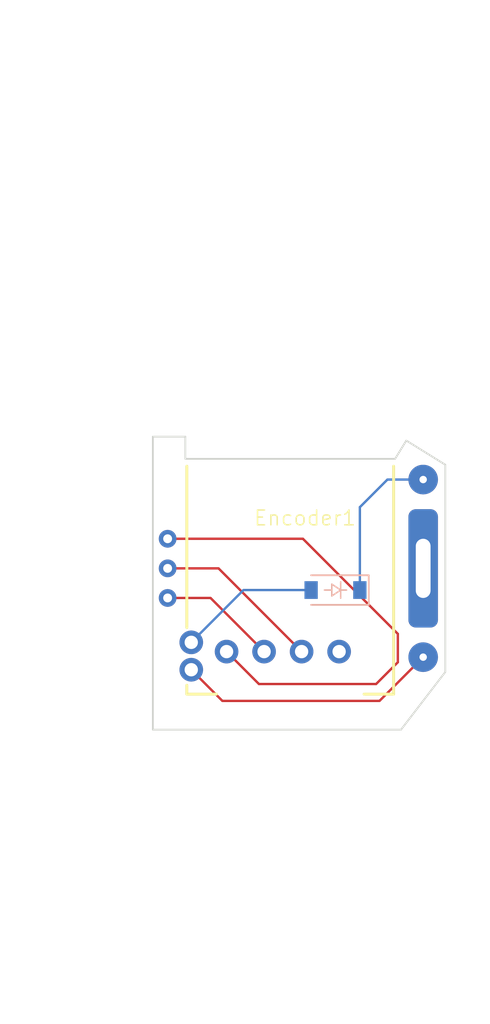
<source format=kicad_pcb>
(kicad_pcb (version 20211014) (generator pcbnew)
  (layers (0 "F.Cu" signal) (31 "B.Cu" signal) (34 "B.Paste" user) (35 "F.Paste" user) (36 "B.SilkS" user "B.Silkscreen") (37 "F.SilkS" user "F.Silkscreen") (38 "B.Mask" user) (39 "F.Mask" user) (44 "Edge.Cuts" user))
  (net 0 "")
  (footprint "mylib:Panasonic_EVQWGD001_Ref_Male" (layer "F.Cu") (at 119.906 110.544 90)
    (fp_text reference "J5" hide)
    (fp_text value "Conn_01x05")
    (fp_text user "Edge cut reference (14.8x17.8)." (at -0.2 -15 90 unlocked) (layer "Edge.Cuts"))
    (fp_line (start 8.9 -8.1) (end 7.4 -8.1) (layer "Edge.Cuts") (width 0.12))
    (fp_line (start -10.9 -10.3) (end 8.9 -10.3) (layer "Edge.Cuts") (width 0.12))
    (fp_line (start 8.9 -10.3) (end 8.9 -8.1) (layer "Edge.Cuts") (width 0.12))
    (fp_line (start 7.4 6.1) (end 8.636 6.858) (layer "Edge.Cuts") (width 0.12))
    (fp_line (start 7.4 -8.1) (end 7.4 6.1) (layer "Edge.Cuts") (width 0.12))
    (fp_line (start -7 9.5) (end -10.9 6.5) (layer "Edge.Cuts") (width 0.12))
    (fp_line (start -10.9 6.5) (end -10.9 -10.3) (layer "Edge.Cuts") (width 0.12))
    (fp_line (start 8.636 6.858) (end 7 9.5) (layer "Edge.Cuts") (width 0.12))
    (fp_line (start 7 9.5) (end -7 9.5) (layer "Edge.Cuts") (width 0.12))
    (pad "" thru_hole roundrect (at 0 8 90) (size 8 2) (drill oval 4 1) (layers *.Cu *.Mask))
    (pad "a" thru_hole circle (at -2 -9.3 90) (size 1.2 1.2) (drill 0.6) (layers *.Cu *.Mask))
    (pad "b" thru_hole circle (at 0 -9.3 90) (size 1.2 1.2) (drill 0.6) (layers *.Cu *.Mask))
    (pad "col" thru_hole circle (at -6 8 90) (size 2 2) (drill 0.5) (layers *.Cu *.Mask))
    (pad "gnd" thru_hole circle (at 2 -9.3 90) (size 1.2 1.2) (drill 0.6) (layers *.Cu *.Mask))
    (pad "row" thru_hole circle (at 6 8 90) (size 2 2) (drill 0.5) (layers *.Cu *.Mask))
  )
  (footprint "mylib:Panasonic_EVQWGD001_Latest" (layer "F.Cu") (at 119.906 110.544 90)
    (fp_text reference "Encoder1" hide)
    (fp_text value "RotaryEncoder")
    (fp_text user "${REFERENCE}" (at 3.4 0) (layer "F.SilkS") (effects (font (thickness 0.1))))
    (fp_line (start -8.5 4) (end -8.5 6) (layer "F.SilkS") (width 0.2))
    (fp_line (start 6.9 -8) (end -4 -8) (layer "F.SilkS") (width 0.2))
    (fp_line (start -8.5 6) (end 6.9 6) (layer "F.SilkS") (width 0.2))
    (fp_line (start -7.9 -8) (end -8.5 -8) (layer "F.SilkS") (width 0.2))
    (fp_line (start -8.5 -8) (end -8.5 -6) (layer "F.SilkS") (width 0.2))
    (pad "" np_thru_hole circle (at -5.625 4.8 90) (size 1.5 1.5) (drill 1.5) (layers *.Cu *.Mask))
    (pad "A" thru_hole circle (at -5.625 -2.77 90) (size 1.6 1.6) (drill 0.9) (layers *.Cu *.Mask))
    (pad "B" thru_hole circle (at -5.625 -0.23 90) (size 1.6 1.6) (drill 0.9) (layers *.Cu *.Mask))
    (pad "NC" thru_hole circle (at -5.625 2.31 90) (size 1.6 1.6) (drill 0.9) (layers *.Cu *.Mask))
    (pad "S1" thru_hole circle (at -6.85 -7.7 90) (size 1.6 1.6) (drill 0.9) (layers *.Cu *.Mask))
    (pad "S2" thru_hole circle (at -5 -7.7 90) (size 1.6 1.6) (drill 0.9) (layers *.Cu *.Mask))
    (pad "com" thru_hole circle (at -5.625 -5.31 90) (size 1.6 1.6) (drill 0.9) (layers *.Cu *.Mask))
  )
  (footprint "mylib:Diode" (layer "B.Cu") (at 121.97 112.01 180)
    (fp_text reference "D18" hide)
    (fp_text value "1N4148W" hide)
    (fp_line (start -0.35 0) (end -0.35 0.55) (layer "B.SilkS") (width 0.1))
    (fp_line (start 0.25 -0.4) (end -0.35 0) (layer "B.SilkS") (width 0.1))
    (fp_line (start -2.25 1) (end 1.65 1) (layer "B.SilkS") (width 0.12))
    (fp_line (start -0.75 0) (end -0.35 0) (layer "B.SilkS") (width 0.1))
    (fp_line (start 0.25 0.4) (end 0.25 -0.4) (layer "B.SilkS") (width 0.1))
    (fp_line (start -0.35 0) (end 0.25 0.4) (layer "B.SilkS") (width 0.1))
    (fp_line (start -2.25 1) (end -2.25 -1) (layer "B.SilkS") (width 0.12))
    (fp_line (start 0.25 0) (end 0.75 0) (layer "B.SilkS") (width 0.1))
    (fp_line (start -0.35 0) (end -0.35 -0.55) (layer "B.SilkS") (width 0.1))
    (fp_line (start -2.25 -1) (end 1.65 -1) (layer "B.SilkS") (width 0.12))
    (pad "1" smd rect (at -1.65 0 180) (size 0.9 1.2) (layers "B.Cu" "B.Paste" "B.Mask"))
    (pad "2" smd rect (at 1.65 0 180) (size 0.9 1.2) (layers "B.Cu" "B.Paste" "B.Mask"))
  )
  (segment (start 126.19 114.97) (end 126.19 116.89) (width 0.16) (layer "F.Cu") (net 0))
  (segment (start 112.206 117.394) (end 114.312 119.5) (width 0.16) (layer "F.Cu") (net 0))
  (segment (start 116.787 118.36) (end 114.596 116.169) (width 0.16) (layer "F.Cu") (net 0))
  (segment (start 124.95 119.5) (end 127.906 116.544) (width 0.16) (layer "F.Cu") (net 0))
  (segment (start 126.19 116.89) (end 124.72 118.36) (width 0.16) (layer "F.Cu") (net 0))
  (segment (start 110.606 112.544) (end 113.511 112.544) (width 0.16) (layer "F.Cu") (net 0))
  (segment (start 110.606 108.544) (end 119.764 108.544) (width 0.16) (layer "F.Cu") (net 0))
  (segment (start 114.312 119.5) (end 124.95 119.5) (width 0.16) (layer "F.Cu") (net 0))
  (segment (start 113.511 112.544) (end 117.136 116.169) (width 0.16) (layer "F.Cu") (net 0))
  (segment (start 110.606 110.544) (end 114.051 110.544) (width 0.16) (layer "F.Cu") (net 0))
  (segment (start 124.72 118.36) (end 116.787 118.36) (width 0.16) (layer "F.Cu") (net 0))
  (segment (start 114.051 110.544) (end 119.676 116.169) (width 0.16) (layer "F.Cu") (net 0))
  (segment (start 119.764 108.544) (end 126.19 114.97) (width 0.16) (layer "F.Cu") (net 0))
  (segment (start 115.74 112.01) (end 120.32 112.01) (width 0.16) (layer "B.Cu") (net 0))
  (segment (start 123.62 106.41) (end 125.486 104.544) (width 0.16) (layer "B.Cu") (net 0))
  (segment (start 125.486 104.544) (end 127.906 104.544) (width 0.16) (layer "B.Cu") (net 0))
  (segment (start 112.206 115.544) (end 115.74 112.01) (width 0.16) (layer "B.Cu") (net 0))
  (segment (start 123.62 112.01) (end 123.62 106.41) (width 0.16) (layer "B.Cu") (net 0))
)
</source>
